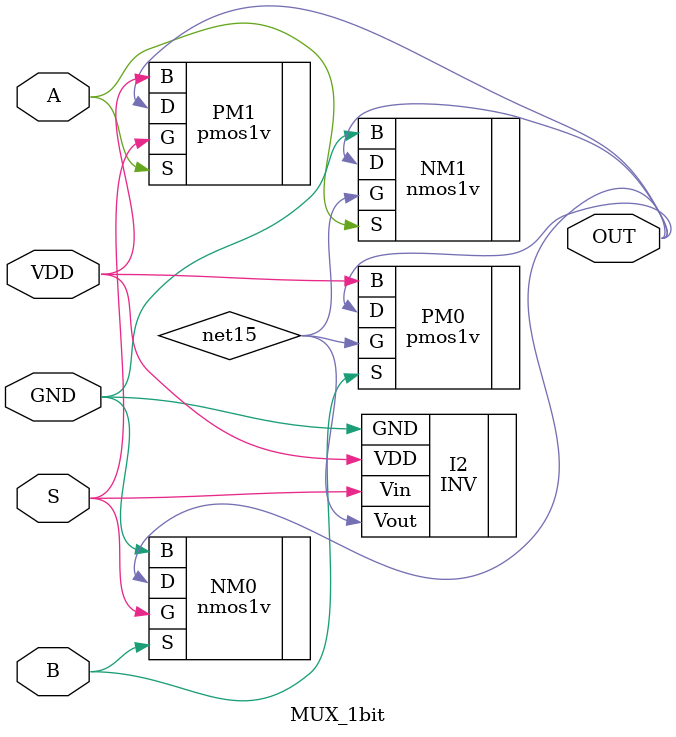
<source format=v>

module MUX_1bit (
B,OUT,A,S,VDD,GND );
input  B;
output  OUT;
input  A;
input  S;
input  VDD;
input  GND;
wire VDD;
wire S;
wire net15;
wire A;
wire GND;
wire B;
wire OUT;

pmos1v    
 PM1  ( .S( A ), .G( S ), .B( VDD ), .D( OUT ) );

pmos1v    
 PM0  ( .S( B ), .G( net15 ), .B( VDD ), .D( OUT ) );

nmos1v    
 NM1  ( .S( A ), .G( net15 ), .B( GND ), .D( OUT ) );

nmos1v    
 NM0  ( .S( B ), .G( S ), .B( GND ), .D( OUT ) );

INV    
 I2  ( .VDD( VDD ), .Vin( S ), .Vout( net15 ), .GND( GND ) );

endmodule


</source>
